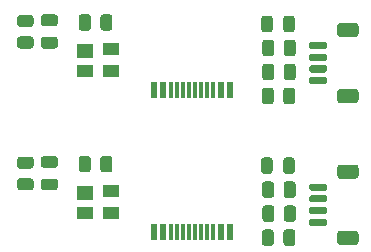
<source format=gbr>
%TF.GenerationSoftware,KiCad,Pcbnew,(5.1.10)-1*%
%TF.CreationDate,2022-01-12T21:02:25-06:00*%
%TF.ProjectId,kb-db_panel,6b622d64-625f-4706-916e-656c2e6b6963,rev?*%
%TF.SameCoordinates,Original*%
%TF.FileFunction,Paste,Top*%
%TF.FilePolarity,Positive*%
%FSLAX46Y46*%
G04 Gerber Fmt 4.6, Leading zero omitted, Abs format (unit mm)*
G04 Created by KiCad (PCBNEW (5.1.10)-1) date 2022-01-12 21:02:25*
%MOMM*%
%LPD*%
G01*
G04 APERTURE LIST*
%ADD10R,1.400000X1.200000*%
%ADD11R,1.400000X1.000000*%
%ADD12R,0.300000X1.450000*%
%ADD13R,0.600000X1.450000*%
G04 APERTURE END LIST*
%TO.C,J1*%
G36*
G01*
X89052000Y-73579000D02*
X90302000Y-73579000D01*
G75*
G02*
X90452000Y-73729000I0J-150000D01*
G01*
X90452000Y-74029000D01*
G75*
G02*
X90302000Y-74179000I-150000J0D01*
G01*
X89052000Y-74179000D01*
G75*
G02*
X88902000Y-74029000I0J150000D01*
G01*
X88902000Y-73729000D01*
G75*
G02*
X89052000Y-73579000I150000J0D01*
G01*
G37*
G36*
G01*
X89052000Y-74579000D02*
X90302000Y-74579000D01*
G75*
G02*
X90452000Y-74729000I0J-150000D01*
G01*
X90452000Y-75029000D01*
G75*
G02*
X90302000Y-75179000I-150000J0D01*
G01*
X89052000Y-75179000D01*
G75*
G02*
X88902000Y-75029000I0J150000D01*
G01*
X88902000Y-74729000D01*
G75*
G02*
X89052000Y-74579000I150000J0D01*
G01*
G37*
G36*
G01*
X89052000Y-75579000D02*
X90302000Y-75579000D01*
G75*
G02*
X90452000Y-75729000I0J-150000D01*
G01*
X90452000Y-76029000D01*
G75*
G02*
X90302000Y-76179000I-150000J0D01*
G01*
X89052000Y-76179000D01*
G75*
G02*
X88902000Y-76029000I0J150000D01*
G01*
X88902000Y-75729000D01*
G75*
G02*
X89052000Y-75579000I150000J0D01*
G01*
G37*
G36*
G01*
X89052000Y-76579000D02*
X90302000Y-76579000D01*
G75*
G02*
X90452000Y-76729000I0J-150000D01*
G01*
X90452000Y-77029000D01*
G75*
G02*
X90302000Y-77179000I-150000J0D01*
G01*
X89052000Y-77179000D01*
G75*
G02*
X88902000Y-77029000I0J150000D01*
G01*
X88902000Y-76729000D01*
G75*
G02*
X89052000Y-76579000I150000J0D01*
G01*
G37*
G36*
G01*
X91551999Y-71979000D02*
X92852001Y-71979000D01*
G75*
G02*
X93102000Y-72228999I0J-249999D01*
G01*
X93102000Y-72929001D01*
G75*
G02*
X92852001Y-73179000I-249999J0D01*
G01*
X91551999Y-73179000D01*
G75*
G02*
X91302000Y-72929001I0J249999D01*
G01*
X91302000Y-72228999D01*
G75*
G02*
X91551999Y-71979000I249999J0D01*
G01*
G37*
G36*
G01*
X91551999Y-77579000D02*
X92852001Y-77579000D01*
G75*
G02*
X93102000Y-77828999I0J-249999D01*
G01*
X93102000Y-78529001D01*
G75*
G02*
X92852001Y-78779000I-249999J0D01*
G01*
X91551999Y-78779000D01*
G75*
G02*
X91302000Y-78529001I0J249999D01*
G01*
X91302000Y-77828999D01*
G75*
G02*
X91551999Y-77579000I249999J0D01*
G01*
G37*
%TD*%
%TO.C,C1*%
G36*
G01*
X66454000Y-71256000D02*
X67404000Y-71256000D01*
G75*
G02*
X67654000Y-71506000I0J-250000D01*
G01*
X67654000Y-72006000D01*
G75*
G02*
X67404000Y-72256000I-250000J0D01*
G01*
X66454000Y-72256000D01*
G75*
G02*
X66204000Y-72006000I0J250000D01*
G01*
X66204000Y-71506000D01*
G75*
G02*
X66454000Y-71256000I250000J0D01*
G01*
G37*
G36*
G01*
X66454000Y-73156000D02*
X67404000Y-73156000D01*
G75*
G02*
X67654000Y-73406000I0J-250000D01*
G01*
X67654000Y-73906000D01*
G75*
G02*
X67404000Y-74156000I-250000J0D01*
G01*
X66454000Y-74156000D01*
G75*
G02*
X66204000Y-73906000I0J250000D01*
G01*
X66204000Y-73406000D01*
G75*
G02*
X66454000Y-73156000I250000J0D01*
G01*
G37*
%TD*%
%TO.C,R1*%
G36*
G01*
X87761500Y-77716998D02*
X87761500Y-78617002D01*
G75*
G02*
X87511502Y-78867000I-249998J0D01*
G01*
X86986498Y-78867000D01*
G75*
G02*
X86736500Y-78617002I0J249998D01*
G01*
X86736500Y-77716998D01*
G75*
G02*
X86986498Y-77467000I249998J0D01*
G01*
X87511502Y-77467000D01*
G75*
G02*
X87761500Y-77716998I0J-249998D01*
G01*
G37*
G36*
G01*
X85936500Y-77716998D02*
X85936500Y-78617002D01*
G75*
G02*
X85686502Y-78867000I-249998J0D01*
G01*
X85161498Y-78867000D01*
G75*
G02*
X84911500Y-78617002I0J249998D01*
G01*
X84911500Y-77716998D01*
G75*
G02*
X85161498Y-77467000I249998J0D01*
G01*
X85686502Y-77467000D01*
G75*
G02*
X85936500Y-77716998I0J-249998D01*
G01*
G37*
%TD*%
%TO.C,R4*%
G36*
G01*
X87808500Y-75684998D02*
X87808500Y-76585002D01*
G75*
G02*
X87558502Y-76835000I-249998J0D01*
G01*
X87033498Y-76835000D01*
G75*
G02*
X86783500Y-76585002I0J249998D01*
G01*
X86783500Y-75684998D01*
G75*
G02*
X87033498Y-75435000I249998J0D01*
G01*
X87558502Y-75435000D01*
G75*
G02*
X87808500Y-75684998I0J-249998D01*
G01*
G37*
G36*
G01*
X85983500Y-75684998D02*
X85983500Y-76585002D01*
G75*
G02*
X85733502Y-76835000I-249998J0D01*
G01*
X85208498Y-76835000D01*
G75*
G02*
X84958500Y-76585002I0J249998D01*
G01*
X84958500Y-75684998D01*
G75*
G02*
X85208498Y-75435000I249998J0D01*
G01*
X85733502Y-75435000D01*
G75*
G02*
X85983500Y-75684998I0J-249998D01*
G01*
G37*
%TD*%
D10*
%TO.C,D1*%
X69977000Y-74357000D03*
D11*
X69977000Y-76077000D03*
X72177000Y-76077000D03*
X72177000Y-74177000D03*
%TD*%
%TO.C,R5*%
G36*
G01*
X64446998Y-71304500D02*
X65347002Y-71304500D01*
G75*
G02*
X65597000Y-71554498I0J-249998D01*
G01*
X65597000Y-72079502D01*
G75*
G02*
X65347002Y-72329500I-249998J0D01*
G01*
X64446998Y-72329500D01*
G75*
G02*
X64197000Y-72079502I0J249998D01*
G01*
X64197000Y-71554498D01*
G75*
G02*
X64446998Y-71304500I249998J0D01*
G01*
G37*
G36*
G01*
X64446998Y-73129500D02*
X65347002Y-73129500D01*
G75*
G02*
X65597000Y-73379498I0J-249998D01*
G01*
X65597000Y-73904502D01*
G75*
G02*
X65347002Y-74154500I-249998J0D01*
G01*
X64446998Y-74154500D01*
G75*
G02*
X64197000Y-73904502I0J249998D01*
G01*
X64197000Y-73379498D01*
G75*
G02*
X64446998Y-73129500I249998J0D01*
G01*
G37*
%TD*%
%TO.C,F1*%
G36*
G01*
X87706500Y-71614750D02*
X87706500Y-72527250D01*
G75*
G02*
X87462750Y-72771000I-243750J0D01*
G01*
X86975250Y-72771000D01*
G75*
G02*
X86731500Y-72527250I0J243750D01*
G01*
X86731500Y-71614750D01*
G75*
G02*
X86975250Y-71371000I243750J0D01*
G01*
X87462750Y-71371000D01*
G75*
G02*
X87706500Y-71614750I0J-243750D01*
G01*
G37*
G36*
G01*
X85831500Y-71614750D02*
X85831500Y-72527250D01*
G75*
G02*
X85587750Y-72771000I-243750J0D01*
G01*
X85100250Y-72771000D01*
G75*
G02*
X84856500Y-72527250I0J243750D01*
G01*
X84856500Y-71614750D01*
G75*
G02*
X85100250Y-71371000I243750J0D01*
G01*
X85587750Y-71371000D01*
G75*
G02*
X85831500Y-71614750I0J-243750D01*
G01*
G37*
%TD*%
%TO.C,R2*%
G36*
G01*
X69417500Y-72394002D02*
X69417500Y-71493998D01*
G75*
G02*
X69667498Y-71244000I249998J0D01*
G01*
X70192502Y-71244000D01*
G75*
G02*
X70442500Y-71493998I0J-249998D01*
G01*
X70442500Y-72394002D01*
G75*
G02*
X70192502Y-72644000I-249998J0D01*
G01*
X69667498Y-72644000D01*
G75*
G02*
X69417500Y-72394002I0J249998D01*
G01*
G37*
G36*
G01*
X71242500Y-72394002D02*
X71242500Y-71493998D01*
G75*
G02*
X71492498Y-71244000I249998J0D01*
G01*
X72017502Y-71244000D01*
G75*
G02*
X72267500Y-71493998I0J-249998D01*
G01*
X72267500Y-72394002D01*
G75*
G02*
X72017502Y-72644000I-249998J0D01*
G01*
X71492498Y-72644000D01*
G75*
G02*
X71242500Y-72394002I0J249998D01*
G01*
G37*
%TD*%
%TO.C,R3*%
G36*
G01*
X87785000Y-73652998D02*
X87785000Y-74553002D01*
G75*
G02*
X87535002Y-74803000I-249998J0D01*
G01*
X87009998Y-74803000D01*
G75*
G02*
X86760000Y-74553002I0J249998D01*
G01*
X86760000Y-73652998D01*
G75*
G02*
X87009998Y-73403000I249998J0D01*
G01*
X87535002Y-73403000D01*
G75*
G02*
X87785000Y-73652998I0J-249998D01*
G01*
G37*
G36*
G01*
X85960000Y-73652998D02*
X85960000Y-74553002D01*
G75*
G02*
X85710002Y-74803000I-249998J0D01*
G01*
X85184998Y-74803000D01*
G75*
G02*
X84935000Y-74553002I0J249998D01*
G01*
X84935000Y-73652998D01*
G75*
G02*
X85184998Y-73403000I249998J0D01*
G01*
X85710002Y-73403000D01*
G75*
G02*
X85960000Y-73652998I0J-249998D01*
G01*
G37*
%TD*%
D12*
%TO.C,USB1*%
X79242000Y-77674000D03*
X78742000Y-77674000D03*
X78242000Y-77674000D03*
X79742000Y-77674000D03*
X77742000Y-77674000D03*
X80242000Y-77674000D03*
X77242000Y-77674000D03*
X80742000Y-77674000D03*
D13*
X81442000Y-77674000D03*
X76542000Y-77674000D03*
X82217000Y-77674000D03*
X75767000Y-77674000D03*
%TD*%
%TO.C,J1*%
G36*
G01*
X91551999Y-65579000D02*
X92852001Y-65579000D01*
G75*
G02*
X93102000Y-65828999I0J-249999D01*
G01*
X93102000Y-66529001D01*
G75*
G02*
X92852001Y-66779000I-249999J0D01*
G01*
X91551999Y-66779000D01*
G75*
G02*
X91302000Y-66529001I0J249999D01*
G01*
X91302000Y-65828999D01*
G75*
G02*
X91551999Y-65579000I249999J0D01*
G01*
G37*
G36*
G01*
X91551999Y-59979000D02*
X92852001Y-59979000D01*
G75*
G02*
X93102000Y-60228999I0J-249999D01*
G01*
X93102000Y-60929001D01*
G75*
G02*
X92852001Y-61179000I-249999J0D01*
G01*
X91551999Y-61179000D01*
G75*
G02*
X91302000Y-60929001I0J249999D01*
G01*
X91302000Y-60228999D01*
G75*
G02*
X91551999Y-59979000I249999J0D01*
G01*
G37*
G36*
G01*
X89052000Y-64579000D02*
X90302000Y-64579000D01*
G75*
G02*
X90452000Y-64729000I0J-150000D01*
G01*
X90452000Y-65029000D01*
G75*
G02*
X90302000Y-65179000I-150000J0D01*
G01*
X89052000Y-65179000D01*
G75*
G02*
X88902000Y-65029000I0J150000D01*
G01*
X88902000Y-64729000D01*
G75*
G02*
X89052000Y-64579000I150000J0D01*
G01*
G37*
G36*
G01*
X89052000Y-63579000D02*
X90302000Y-63579000D01*
G75*
G02*
X90452000Y-63729000I0J-150000D01*
G01*
X90452000Y-64029000D01*
G75*
G02*
X90302000Y-64179000I-150000J0D01*
G01*
X89052000Y-64179000D01*
G75*
G02*
X88902000Y-64029000I0J150000D01*
G01*
X88902000Y-63729000D01*
G75*
G02*
X89052000Y-63579000I150000J0D01*
G01*
G37*
G36*
G01*
X89052000Y-62579000D02*
X90302000Y-62579000D01*
G75*
G02*
X90452000Y-62729000I0J-150000D01*
G01*
X90452000Y-63029000D01*
G75*
G02*
X90302000Y-63179000I-150000J0D01*
G01*
X89052000Y-63179000D01*
G75*
G02*
X88902000Y-63029000I0J150000D01*
G01*
X88902000Y-62729000D01*
G75*
G02*
X89052000Y-62579000I150000J0D01*
G01*
G37*
G36*
G01*
X89052000Y-61579000D02*
X90302000Y-61579000D01*
G75*
G02*
X90452000Y-61729000I0J-150000D01*
G01*
X90452000Y-62029000D01*
G75*
G02*
X90302000Y-62179000I-150000J0D01*
G01*
X89052000Y-62179000D01*
G75*
G02*
X88902000Y-62029000I0J150000D01*
G01*
X88902000Y-61729000D01*
G75*
G02*
X89052000Y-61579000I150000J0D01*
G01*
G37*
%TD*%
%TO.C,C1*%
G36*
G01*
X66454000Y-61156000D02*
X67404000Y-61156000D01*
G75*
G02*
X67654000Y-61406000I0J-250000D01*
G01*
X67654000Y-61906000D01*
G75*
G02*
X67404000Y-62156000I-250000J0D01*
G01*
X66454000Y-62156000D01*
G75*
G02*
X66204000Y-61906000I0J250000D01*
G01*
X66204000Y-61406000D01*
G75*
G02*
X66454000Y-61156000I250000J0D01*
G01*
G37*
G36*
G01*
X66454000Y-59256000D02*
X67404000Y-59256000D01*
G75*
G02*
X67654000Y-59506000I0J-250000D01*
G01*
X67654000Y-60006000D01*
G75*
G02*
X67404000Y-60256000I-250000J0D01*
G01*
X66454000Y-60256000D01*
G75*
G02*
X66204000Y-60006000I0J250000D01*
G01*
X66204000Y-59506000D01*
G75*
G02*
X66454000Y-59256000I250000J0D01*
G01*
G37*
%TD*%
%TO.C,USB1*%
X75767000Y-65674000D03*
X82217000Y-65674000D03*
X76542000Y-65674000D03*
X81442000Y-65674000D03*
D12*
X80742000Y-65674000D03*
X77242000Y-65674000D03*
X80242000Y-65674000D03*
X77742000Y-65674000D03*
X79742000Y-65674000D03*
X78242000Y-65674000D03*
X78742000Y-65674000D03*
X79242000Y-65674000D03*
%TD*%
%TO.C,R5*%
G36*
G01*
X64446998Y-61129500D02*
X65347002Y-61129500D01*
G75*
G02*
X65597000Y-61379498I0J-249998D01*
G01*
X65597000Y-61904502D01*
G75*
G02*
X65347002Y-62154500I-249998J0D01*
G01*
X64446998Y-62154500D01*
G75*
G02*
X64197000Y-61904502I0J249998D01*
G01*
X64197000Y-61379498D01*
G75*
G02*
X64446998Y-61129500I249998J0D01*
G01*
G37*
G36*
G01*
X64446998Y-59304500D02*
X65347002Y-59304500D01*
G75*
G02*
X65597000Y-59554498I0J-249998D01*
G01*
X65597000Y-60079502D01*
G75*
G02*
X65347002Y-60329500I-249998J0D01*
G01*
X64446998Y-60329500D01*
G75*
G02*
X64197000Y-60079502I0J249998D01*
G01*
X64197000Y-59554498D01*
G75*
G02*
X64446998Y-59304500I249998J0D01*
G01*
G37*
%TD*%
%TO.C,R4*%
G36*
G01*
X85983500Y-63684998D02*
X85983500Y-64585002D01*
G75*
G02*
X85733502Y-64835000I-249998J0D01*
G01*
X85208498Y-64835000D01*
G75*
G02*
X84958500Y-64585002I0J249998D01*
G01*
X84958500Y-63684998D01*
G75*
G02*
X85208498Y-63435000I249998J0D01*
G01*
X85733502Y-63435000D01*
G75*
G02*
X85983500Y-63684998I0J-249998D01*
G01*
G37*
G36*
G01*
X87808500Y-63684998D02*
X87808500Y-64585002D01*
G75*
G02*
X87558502Y-64835000I-249998J0D01*
G01*
X87033498Y-64835000D01*
G75*
G02*
X86783500Y-64585002I0J249998D01*
G01*
X86783500Y-63684998D01*
G75*
G02*
X87033498Y-63435000I249998J0D01*
G01*
X87558502Y-63435000D01*
G75*
G02*
X87808500Y-63684998I0J-249998D01*
G01*
G37*
%TD*%
%TO.C,R3*%
G36*
G01*
X85960000Y-61652998D02*
X85960000Y-62553002D01*
G75*
G02*
X85710002Y-62803000I-249998J0D01*
G01*
X85184998Y-62803000D01*
G75*
G02*
X84935000Y-62553002I0J249998D01*
G01*
X84935000Y-61652998D01*
G75*
G02*
X85184998Y-61403000I249998J0D01*
G01*
X85710002Y-61403000D01*
G75*
G02*
X85960000Y-61652998I0J-249998D01*
G01*
G37*
G36*
G01*
X87785000Y-61652998D02*
X87785000Y-62553002D01*
G75*
G02*
X87535002Y-62803000I-249998J0D01*
G01*
X87009998Y-62803000D01*
G75*
G02*
X86760000Y-62553002I0J249998D01*
G01*
X86760000Y-61652998D01*
G75*
G02*
X87009998Y-61403000I249998J0D01*
G01*
X87535002Y-61403000D01*
G75*
G02*
X87785000Y-61652998I0J-249998D01*
G01*
G37*
%TD*%
%TO.C,R2*%
G36*
G01*
X71242500Y-60394002D02*
X71242500Y-59493998D01*
G75*
G02*
X71492498Y-59244000I249998J0D01*
G01*
X72017502Y-59244000D01*
G75*
G02*
X72267500Y-59493998I0J-249998D01*
G01*
X72267500Y-60394002D01*
G75*
G02*
X72017502Y-60644000I-249998J0D01*
G01*
X71492498Y-60644000D01*
G75*
G02*
X71242500Y-60394002I0J249998D01*
G01*
G37*
G36*
G01*
X69417500Y-60394002D02*
X69417500Y-59493998D01*
G75*
G02*
X69667498Y-59244000I249998J0D01*
G01*
X70192502Y-59244000D01*
G75*
G02*
X70442500Y-59493998I0J-249998D01*
G01*
X70442500Y-60394002D01*
G75*
G02*
X70192502Y-60644000I-249998J0D01*
G01*
X69667498Y-60644000D01*
G75*
G02*
X69417500Y-60394002I0J249998D01*
G01*
G37*
%TD*%
%TO.C,R1*%
G36*
G01*
X85936500Y-65716998D02*
X85936500Y-66617002D01*
G75*
G02*
X85686502Y-66867000I-249998J0D01*
G01*
X85161498Y-66867000D01*
G75*
G02*
X84911500Y-66617002I0J249998D01*
G01*
X84911500Y-65716998D01*
G75*
G02*
X85161498Y-65467000I249998J0D01*
G01*
X85686502Y-65467000D01*
G75*
G02*
X85936500Y-65716998I0J-249998D01*
G01*
G37*
G36*
G01*
X87761500Y-65716998D02*
X87761500Y-66617002D01*
G75*
G02*
X87511502Y-66867000I-249998J0D01*
G01*
X86986498Y-66867000D01*
G75*
G02*
X86736500Y-66617002I0J249998D01*
G01*
X86736500Y-65716998D01*
G75*
G02*
X86986498Y-65467000I249998J0D01*
G01*
X87511502Y-65467000D01*
G75*
G02*
X87761500Y-65716998I0J-249998D01*
G01*
G37*
%TD*%
%TO.C,F1*%
G36*
G01*
X85831500Y-59614750D02*
X85831500Y-60527250D01*
G75*
G02*
X85587750Y-60771000I-243750J0D01*
G01*
X85100250Y-60771000D01*
G75*
G02*
X84856500Y-60527250I0J243750D01*
G01*
X84856500Y-59614750D01*
G75*
G02*
X85100250Y-59371000I243750J0D01*
G01*
X85587750Y-59371000D01*
G75*
G02*
X85831500Y-59614750I0J-243750D01*
G01*
G37*
G36*
G01*
X87706500Y-59614750D02*
X87706500Y-60527250D01*
G75*
G02*
X87462750Y-60771000I-243750J0D01*
G01*
X86975250Y-60771000D01*
G75*
G02*
X86731500Y-60527250I0J243750D01*
G01*
X86731500Y-59614750D01*
G75*
G02*
X86975250Y-59371000I243750J0D01*
G01*
X87462750Y-59371000D01*
G75*
G02*
X87706500Y-59614750I0J-243750D01*
G01*
G37*
%TD*%
D11*
%TO.C,D1*%
X72177000Y-62177000D03*
X72177000Y-64077000D03*
X69977000Y-64077000D03*
D10*
X69977000Y-62357000D03*
%TD*%
M02*

</source>
